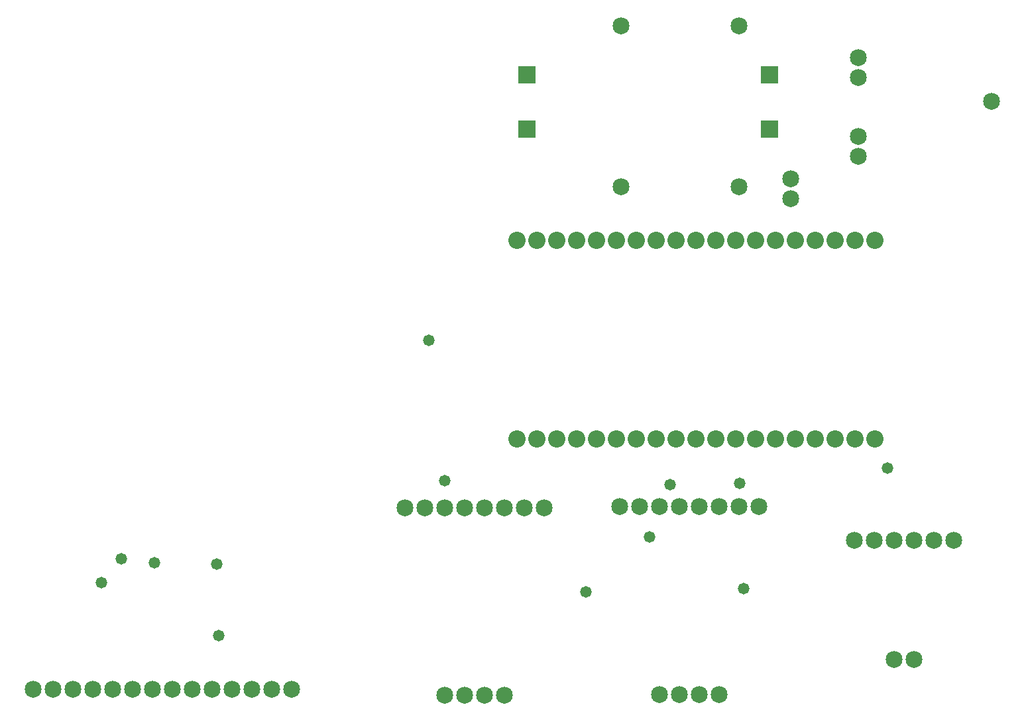
<source format=gts>
G04*
G04 #@! TF.GenerationSoftware,Altium Limited,Altium Designer,24.9.1 (31)*
G04*
G04 Layer_Color=8388736*
%FSLAX44Y44*%
%MOMM*%
G71*
G04*
G04 #@! TF.SameCoordinates,42158749-AA78-4F09-95E6-82FBF0D2540F*
G04*
G04*
G04 #@! TF.FilePolarity,Negative*
G04*
G01*
G75*
%ADD15C,2.1600*%
%ADD16C,2.2032*%
%ADD17R,2.2032X2.2032*%
%ADD18C,1.4732*%
D15*
X1075690Y723900D02*
D03*
Y698500D02*
D03*
X859720Y713740D02*
D03*
X1009720D02*
D03*
X107950Y71120D02*
D03*
X133350D02*
D03*
X158750D02*
D03*
X184150D02*
D03*
X209550D02*
D03*
X234950D02*
D03*
X260350D02*
D03*
X285750D02*
D03*
X311150D02*
D03*
X336550D02*
D03*
X361950D02*
D03*
X387350D02*
D03*
X412750D02*
D03*
X438150D02*
D03*
X1332230Y822960D02*
D03*
X1162230Y878360D02*
D03*
Y852960D02*
D03*
Y752560D02*
D03*
Y777960D02*
D03*
X1009720Y919480D02*
D03*
X859720D02*
D03*
X633730Y62880D02*
D03*
X659130D02*
D03*
X684530D02*
D03*
X709930D02*
D03*
X582930Y302880D02*
D03*
X608330D02*
D03*
X633730D02*
D03*
X659130D02*
D03*
X684530D02*
D03*
X709930D02*
D03*
X735330D02*
D03*
X760730D02*
D03*
X908050Y64150D02*
D03*
X933450D02*
D03*
X958850D02*
D03*
X984250D02*
D03*
X857250Y304150D02*
D03*
X882650D02*
D03*
X908050D02*
D03*
X933450D02*
D03*
X958850D02*
D03*
X984250D02*
D03*
X1009650D02*
D03*
X1035050D02*
D03*
X1283970Y261620D02*
D03*
X1258570D02*
D03*
X1233170D02*
D03*
X1207770D02*
D03*
X1182370D02*
D03*
X1156970D02*
D03*
X1233170Y109220D02*
D03*
X1207770D02*
D03*
D16*
X1158240Y645160D02*
D03*
X1132840D02*
D03*
X1107440D02*
D03*
X1082040D02*
D03*
X1056640D02*
D03*
X1031240D02*
D03*
X1005840D02*
D03*
X980440D02*
D03*
X955040D02*
D03*
X929640D02*
D03*
X904240D02*
D03*
X878840D02*
D03*
X853440D02*
D03*
X828040D02*
D03*
X726440Y391160D02*
D03*
X802640Y645160D02*
D03*
X777240D02*
D03*
X751840D02*
D03*
X726440D02*
D03*
X980440Y391160D02*
D03*
X955040D02*
D03*
X929640D02*
D03*
X904240D02*
D03*
X878840D02*
D03*
X853440D02*
D03*
X828040D02*
D03*
X802640D02*
D03*
X777240D02*
D03*
X751840D02*
D03*
X1005840D02*
D03*
X1031240D02*
D03*
X1056640D02*
D03*
X1082040D02*
D03*
X1107440D02*
D03*
X1132840D02*
D03*
X1158240D02*
D03*
X1183640D02*
D03*
Y645160D02*
D03*
D17*
X1049080Y786690D02*
D03*
Y856690D02*
D03*
X739080Y786690D02*
D03*
Y856690D02*
D03*
D18*
X895350Y265430D02*
D03*
X1016000Y199390D02*
D03*
X814070Y195580D02*
D03*
X345440Y139700D02*
D03*
X613410Y516890D02*
D03*
X220980Y237490D02*
D03*
X195580Y207010D02*
D03*
X633730Y337820D02*
D03*
X342900Y231140D02*
D03*
X262890Y232410D02*
D03*
X1010920Y334010D02*
D03*
X922020Y332740D02*
D03*
X1199534Y353714D02*
D03*
M02*

</source>
